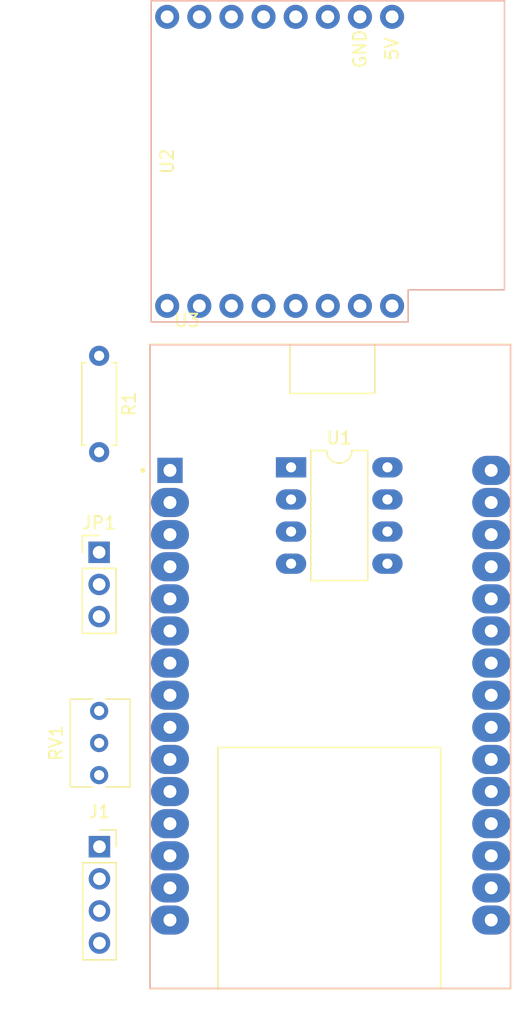
<source format=kicad_pcb>
(kicad_pcb (version 20221018) (generator pcbnew)
  (layers (0 "F.Cu" signal) (31 "B.Cu" signal) (34 "B.Paste" user) (35 "F.Paste" user) (36 "B.SilkS" user "B.Silkscreen") (37 "F.SilkS" user "F.Silkscreen") (38 "B.Mask" user) (39 "F.Mask" user) (44 "Edge.Cuts" user))
  (net 0 "")
  (net 1 "lc_input+")
  (net 2 "lc_output+")
  (net 3 "lc_output-")
  (net 4 "GND")
  (net 5 "Net-(JP1-A)")
  (net 6 "Net-(JP1-C)")
  (net 7 "Net-(JP1-B)")
  (net 8 "Net-(R1-Pad1)")
  (net 10 "lc_amp_output")
  (net 36 "Net-(U2-5V)")
  (footprint "Connector_PinSocket_2.54mm:PinSocket_1x04_P2.54mm_Vertical" (layer "F.Cu") (at 153.025 98.2)
    (fp_text reference "J1" (at 0 -2.77) (layer "F.SilkS"))
    (fp_text value "Conn_01x04_Male")
    (fp_line (start -1.33 1.27) (end -1.33 8.95) (stroke (width 0.12)) (layer "F.SilkS"))
    (fp_line (start -1.33 1.27) (end 1.33 1.27) (stroke (width 0.12)) (layer "F.SilkS"))
    (fp_line (start -1.33 8.95) (end 1.33 8.95) (stroke (width 0.12)) (layer "F.SilkS"))
    (fp_line (start 0 -1.33) (end 1.33 -1.33) (stroke (width 0.12)) (layer "F.SilkS"))
    (fp_line (start 1.33 -1.33) (end 1.33 0) (stroke (width 0.12)) (layer "F.SilkS"))
    (fp_line (start 1.33 1.27) (end 1.33 8.95) (stroke (width 0.12)) (layer "F.SilkS"))
    (pad "1" thru_hole rect (at 0 0) (size 1.7 1.7) (drill 1) (layers "*.Cu" "*.Mask") (net 1 "lc_input+"))
    (pad "2" thru_hole oval (at 0 2.54) (size 1.7 1.7) (drill 1) (layers "*.Cu" "*.Mask") (net 2 "lc_output+"))
    (pad "3" thru_hole oval (at 0 5.08) (size 1.7 1.7) (drill 1) (layers "*.Cu" "*.Mask") (net 3 "lc_output-"))
    (pad "4" thru_hole oval (at 0 7.62) (size 1.7 1.7) (drill 1) (layers "*.Cu" "*.Mask") (net 4 "GND"))
  )
  (footprint "Package_DIP:DIP-8_W7.62mm_LongPads" (layer "F.Cu") (at 168.175 68.2)
    (fp_text reference "U1" (at 3.81 -2.33) (layer "F.SilkS"))
    (fp_text value "INA128")
    (fp_line (start 1.56 -1.33) (end 1.56 8.95) (stroke (width 0.12)) (layer "F.SilkS"))
    (fp_line (start 1.56 8.95) (end 6.06 8.95) (stroke (width 0.12)) (layer "F.SilkS"))
    (fp_line (start 2.81 -1.33) (end 1.56 -1.33) (stroke (width 0.12)) (layer "F.SilkS"))
    (fp_line (start 6.06 -1.33) (end 4.81 -1.33) (stroke (width 0.12)) (layer "F.SilkS"))
    (fp_line (start 6.06 8.95) (end 6.06 -1.33) (stroke (width 0.12)) (layer "F.SilkS"))
    (fp_arc (start 4.81 -1.33) (mid 3.81 -0.33) (end 2.81 -1.33) (stroke (width 0.12)) (layer "F.SilkS"))
    (pad "1" thru_hole rect (at 0 0) (size 2.4 1.6) (drill 0.8) (layers "*.Cu" "*.Mask") (net 6 "Net-(JP1-C)"))
    (pad "2" thru_hole oval (at 0 2.54) (size 2.4 1.6) (drill 0.8) (layers "*.Cu" "*.Mask") (net 3 "lc_output-"))
    (pad "3" thru_hole oval (at 0 5.08) (size 2.4 1.6) (drill 0.8) (layers "*.Cu" "*.Mask") (net 2 "lc_output+"))
    (pad "4" thru_hole oval (at 0 7.62) (size 2.4 1.6) (drill 0.8) (layers "*.Cu" "*.Mask") (net 4 "GND"))
    (pad "5" thru_hole oval (at 7.62 7.62) (size 2.4 1.6) (drill 0.8) (layers "*.Cu" "*.Mask") (net 4 "GND"))
    (pad "6" thru_hole oval (at 7.62 5.08) (size 2.4 1.6) (drill 0.8) (layers "*.Cu" "*.Mask") (net 10 "lc_amp_output"))
    (pad "7" thru_hole oval (at 7.62 2.54) (size 2.4 1.6) (drill 0.8) (layers "*.Cu" "*.Mask") (net 1 "lc_input+"))
    (pad "8" thru_hole oval (at 7.62 0) (size 2.4 1.6) (drill 0.8) (layers "*.Cu" "*.Mask") (net 8 "Net-(R1-Pad1)"))
  )
  (footprint "Resistor_THT:R_Axial_DIN0207_L6.3mm_D2.5mm_P7.62mm_Horizontal" (layer "F.Cu") (at 153 59.38 -90)
    (fp_text reference "R1" (at 3.81 -2.37 90) (layer "F.SilkS"))
    (fp_text value "R")
    (fp_line (start 0.54 -1.37) (end 7.08 -1.37) (stroke (width 0.12)) (layer "F.SilkS"))
    (fp_line (start 0.54 -1.04) (end 0.54 -1.37) (stroke (width 0.12)) (layer "F.SilkS"))
    (fp_line (start 0.54 1.04) (end 0.54 1.37) (stroke (width 0.12)) (layer "F.SilkS"))
    (fp_line (start 0.54 1.37) (end 7.08 1.37) (stroke (width 0.12)) (layer "F.SilkS"))
    (fp_line (start 7.08 -1.37) (end 7.08 -1.04) (stroke (width 0.12)) (layer "F.SilkS"))
    (fp_line (start 7.08 1.37) (end 7.08 1.04) (stroke (width 0.12)) (layer "F.SilkS"))
    (pad "1" thru_hole circle (at 0 0 270) (size 1.6 1.6) (drill 0.8) (layers "*.Cu" "*.Mask") (net 8 "Net-(R1-Pad1)"))
    (pad "2" thru_hole oval (at 7.62 0 270) (size 1.6 1.6) (drill 0.8) (layers "*.Cu" "*.Mask") (net 5 "Net-(JP1-A)"))
  )
  (footprint "Potentiometer_THT:Potentiometer_Bourns_3266Y_Vertical" (layer "F.Cu") (at 153 87.46 90)
    (fp_text reference "RV1" (at -2.54 -3.41 90) (layer "F.SilkS"))
    (fp_text value "R_Potentiometer")
    (fp_line (start -6.015 -2.28) (end -6.015 -0.494) (stroke (width 0.12)) (layer "F.SilkS"))
    (fp_line (start -6.015 -2.28) (end 0.935 -2.28) (stroke (width 0.12)) (layer "F.SilkS"))
    (fp_line (start -6.015 0.496) (end -6.015 2.46) (stroke (width 0.12)) (layer "F.SilkS"))
    (fp_line (start -6.015 2.46) (end 0.935 2.46) (stroke (width 0.12)) (layer "F.SilkS"))
    (fp_line (start 0.935 -2.28) (end 0.935 -0.494) (stroke (width 0.12)) (layer "F.SilkS"))
    (fp_line (start 0.935 0.496) (end 0.935 2.46) (stroke (width 0.12)) (layer "F.SilkS"))
    (pad "1" thru_hole circle (at 0 0 90) (size 1.44 1.44) (drill 0.8) (layers "*.Cu" "*.Mask") (net 7 "Net-(JP1-B)"))
    (pad "2" thru_hole circle (at -2.54 0 90) (size 1.44 1.44) (drill 0.8) (layers "*.Cu" "*.Mask") (net 8 "Net-(R1-Pad1)"))
    (pad "3" thru_hole circle (at -5.08 0 90) (size 1.44 1.44) (drill 0.8) (layers "*.Cu" "*.Mask"))
  )
  (footprint "Connector_PinHeader_2.54mm:PinHeader_1x03_P2.54mm_Vertical" (layer "F.Cu") (at 153 74.92)
    (fp_text reference "JP1" (at 0 -2.33) (layer "F.SilkS"))
    (fp_text value "Jumper_3_Bridged12")
    (fp_line (start -1.33 -1.33) (end 0 -1.33) (stroke (width 0.12)) (layer "F.SilkS"))
    (fp_line (start -1.33 0) (end -1.33 -1.33) (stroke (width 0.12)) (layer "F.SilkS"))
    (fp_line (start -1.33 1.27) (end -1.33 6.41) (stroke (width 0.12)) (layer "F.SilkS"))
    (fp_line (start -1.33 1.27) (end 1.33 1.27) (stroke (width 0.12)) (layer "F.SilkS"))
    (fp_line (start -1.33 6.41) (end 1.33 6.41) (stroke (width 0.12)) (layer "F.SilkS"))
    (fp_line (start 1.33 1.27) (end 1.33 6.41) (stroke (width 0.12)) (layer "F.SilkS"))
    (pad "1" thru_hole rect (at 0 0) (size 1.7 1.7) (drill 1) (layers "*.Cu" "*.Mask") (net 5 "Net-(JP1-A)"))
    (pad "2" thru_hole oval (at 0 2.54) (size 1.7 1.7) (drill 1) (layers "*.Cu" "*.Mask") (net 6 "Net-(JP1-C)"))
    (pad "3" thru_hole oval (at 0 5.08) (size 1.7 1.7) (drill 1) (layers "*.Cu" "*.Mask") (net 7 "Net-(JP1-B)"))
  )
  (footprint "D1 mini battery shield:D1 mini battery shield" (layer "F.Cu") (at 166 44 90)
    (fp_text reference "U2" (at 0 -7.62 90 unlocked) (layer "F.SilkS"))
    (fp_text value "D1_mini_battery_shield")
    (fp_text user "5V" (at 8.89 10.16 90 unlocked) (layer "F.SilkS"))
    (fp_text user "GND" (at 8.89 7.62 90 unlocked) (layer "F.SilkS"))
    (fp_line (start -12.7 -8.89) (end -12.7 11.43) (stroke (width 0.12)) (layer "B.SilkS"))
    (fp_line (start -12.7 11.43) (end -10.16 11.43) (stroke (width 0.12)) (layer "B.SilkS"))
    (fp_line (start -10.16 11.43) (end -10.16 19.05) (stroke (width 0.12)) (layer "B.SilkS"))
    (fp_line (start -10.16 19.05) (end 12.7 19.05) (stroke (width 0.12)) (layer "B.SilkS"))
    (fp_line (start 12.7 -8.89) (end -12.7 -8.89) (stroke (width 0.12)) (layer "B.SilkS"))
    (fp_line (start 12.7 19.05) (end 12.7 -8.89) (stroke (width 0.12)) (layer "B.SilkS"))
    (fp_line (start -12.7 -8.89) (end -12.7 11.43) (stroke (width 0.12)) (layer "F.SilkS"))
    (fp_line (start -12.7 11.43) (end -10.16 11.43) (stroke (width 0.12)) (layer "F.SilkS"))
    (fp_line (start -10.16 11.43) (end -10.16 19.05) (stroke (width 0.12)) (layer "F.SilkS"))
    (fp_line (start -10.16 19.05) (end 12.7 19.05) (stroke (width 0.12)) (layer "F.SilkS"))
    (fp_line (start 12.7 -8.89) (end -12.7 -8.89) (stroke (width 0.12)) (layer "F.SilkS"))
    (fp_line (start 12.7 19.05) (end 12.7 -8.89) (stroke (width 0.12)) (layer "F.SilkS"))
    (pad "1" thru_hole circle (at -11.43 -7.62 90) (size 1.905 1.905) (drill 1.016) (layers "*.Cu" "*.Mask"))
    (pad "2" thru_hole circle (at -11.43 -5.08 90) (size 1.905 1.905) (drill 1.016) (layers "*.Cu" "*.Mask"))
    (pad "3" thru_hole circle (at -11.43 -2.54 90) (size 1.905 1.905) (drill 1.016) (layers "*.Cu" "*.Mask"))
    (pad "4" thru_hole circle (at -11.43 0 90) (size 1.905 1.905) (drill 1.016) (layers "*.Cu" "*.Mask"))
    (pad "5" thru_hole circle (at -11.43 2.54 90) (size 1.905 1.905) (drill 1.016) (layers "*.Cu" "*.Mask"))
    (pad "6" thru_hole circle (at -11.43 5.08 90) (size 1.905 1.905) (drill 1.016) (layers "*.Cu" "*.Mask"))
    (pad "7" thru_hole circle (at -11.43 7.62 90) (size 1.905 1.905) (drill 1.016) (layers "*.Cu" "*.Mask"))
    (pad "8" thru_hole circle (at -11.43 10.16 90) (size 1.905 1.905) (drill 1.016) (layers "*.Cu" "*.Mask"))
    (pad "9" thru_hole circle (at 11.43 10.16 90) (size 1.905 1.905) (drill 1.016) (layers "*.Cu" "*.Mask") (net 36 "Net-(U2-5V)"))
    (pad "10" thru_hole circle (at 11.43 7.62 90) (size 1.905 1.905) (drill 1.016) (layers "*.Cu" "*.Mask") (net 4 "GND"))
    (pad "11" thru_hole circle (at 11.43 5.08 90) (size 1.905 1.905) (drill 1.016) (layers "*.Cu" "*.Mask"))
    (pad "12" thru_hole circle (at 11.43 2.54 90) (size 1.905 1.905) (drill 1.016) (layers "*.Cu" "*.Mask"))
    (pad "13" thru_hole circle (at 11.43 0 90) (size 1.905 1.905) (drill 1.016) (layers "*.Cu" "*.Mask"))
    (pad "14" thru_hole circle (at 11.43 -2.54 90) (size 1.905 1.905) (drill 1.016) (layers "*.Cu" "*.Mask"))
    (pad "15" thru_hole circle (at 11.43 -5.08 90) (size 1.905 1.905) (drill 1.016) (layers "*.Cu" "*.Mask"))
    (pad "16" thru_hole circle (at 11.43 -7.62 90) (size 1.905 1.905) (drill 1.016) (layers "*.Cu" "*.Mask"))
  )
  (footprint "ESP32-DEVKIT-V1:MODULE_ESP32_DEVKIT_V1" (layer "F.Cu") (at 171.3 83.955)
    (fp_text reference "U3" (at -11.355 -27.36) (layer "F.SilkS"))
    (fp_text value "ESP32-DEVKIT-V1")
    (fp_rect (start 14.224 -25.4508) (end -14.2748 25.4508) (stroke (width 0.12)) (fill none) (layer "B.SilkS"))
    (fp_line (start -14.28 -25.475) (end -3.211 -25.475) (stroke (width 0.127)) (layer "F.SilkS"))
    (fp_line (start -14.28 -25.475) (end 14.23 -25.475) (stroke (width 0.127)) (layer "F.SilkS"))
    (fp_line (start -14.28 25.475) (end -14.28 -25.475) (stroke (width 0.127)) (layer "F.SilkS"))
    (fp_line (start -14.28 25.475) (end -14.28 -25.475) (stroke (width 0.127)) (layer "F.SilkS"))
    (fp_line (start -14.28 25.475) (end -8.91 25.475) (stroke (width 0.127)) (layer "F.SilkS"))
    (fp_line (start -8.91 25.475) (end 8.78 25.475) (stroke (width 0.127)) (layer "F.SilkS"))
    (fp_line (start -3.211 -25.475) (end 3.5 -25.475) (stroke (width 0.127)) (layer "F.SilkS"))
    (fp_line (start 3.5 -25.475) (end 14.23 -25.475) (stroke (width 0.127)) (layer "F.SilkS"))
    (fp_line (start 8.78 25.475) (end 14.23 25.475) (stroke (width 0.127)) (layer "F.SilkS"))
    (fp_line (start 14.23 -25.475) (end 14.23 25.475) (stroke (width 0.127)) (layer "F.SilkS"))
    (fp_line (start 14.23 25.475) (end -14.28 25.475) (stroke (width 0.127)) (layer "F.SilkS"))
    (fp_rect (start -8.91 25.475) (end 8.7 6.4) (stroke (width 0.12)) (fill none) (layer "F.SilkS"))
    (fp_rect (start -3.211 -25.475) (end 3.5 -21.6) (stroke (width 0.12)) (fill none) (layer "F.SilkS"))
    (fp_circle (center -14.85 -15.515) (end -14.75 -15.515) (stroke (width 0.2)) (fill none) (layer "F.SilkS"))
    (pad "1" thru_hole rect (at -12.7 -15.515) (size 2 2) (drill 1.02) (layers "*.Cu" "*.Mask") (net 1 "lc_input+"))
    (pad "2" thru_hole oval (at -12.7 -12.975) (size 3 2.3) (drill 1.02) (layers "*.Cu" "*.Mask") (net 4 "GND"))
    (pad "3" thru_hole oval (at -12.7 -10.435) (size 3 2.3) (drill 1.02) (layers "*.Cu" "*.Mask"))
    (pad "4" thru_hole oval (at -12.7 -7.895) (size 3 2.3) (drill 1.02) (layers "*.Cu" "*.Mask") (net 10 "lc_amp_output"))
    (pad "5" thru_hole oval (at -12.7 -5.355) (size 3 2.3) (drill 1.02) (layers "*.Cu" "*.Mask"))
    (pad "6" thru_hole oval (at -12.7 -2.815) (size 3 2.3) (drill 1.02) (layers "*.Cu" "*.Mask"))
    (pad "7" thru_hole oval (at -12.7 -0.275) (size 3 2.3) (drill 1.02) (layers "*.Cu" "*.Mask"))
    (pad "8" thru_hole oval (at -12.7 2.265) (size 3 2.3) (drill 1.02) (layers "*.Cu" "*.Mask"))
    (pad "9" thru_hole oval (at -12.7 4.805) (size 3 2.3) (drill 1.02) (layers "*.Cu" "*.Mask"))
    (pad "10" thru_hole oval (at -12.7 7.345) (size 3 2.3) (drill 1.02) (layers "*.Cu" "*.Mask"))
    (pad "11" thru_hole oval (at -12.7 9.885) (size 3 2.3) (drill 1.02) (layers "*.Cu" "*.Mask"))
    (pad "12" thru_hole oval (at -12.7 12.425) (size 3 2.3) (drill 1.02) (layers "*.Cu" "*.Mask"))
    (pad "13" thru_hole oval (at -12.7 14.965) (size 3 2.3) (drill 1.02) (layers "*.Cu" "*.Mask"))
    (pad "14" thru_hole oval (at -12.7 17.505) (size 3 2.3) (drill 1.02) (layers "*.Cu" "*.Mask"))
    (pad "15" thru_hole oval (at -12.7 20.045) (size 3 2.3) (drill 1.02) (layers "*.Cu" "*.Mask"))
    (pad "16" thru_hole oval (at 12.7 20.045) (size 3 2.3) (drill 1.02) (layers "*.Cu" "*.Mask"))
    (pad "17" thru_hole oval (at 12.7 17.505) (size 3 2.3) (drill 1.02) (layers "*.Cu" "*.Mask"))
    (pad "18" thru_hole oval (at 12.7 14.965) (size 3 2.3) (drill 1.02) (layers "*.Cu" "*.Mask"))
    (pad "19" thru_hole oval (at 12.7 12.425) (size 3 2.3) (drill 1.02) (layers "*.Cu" "*.Mask"))
    (pad "20" thru_hole oval (at 12.7 9.885) (size 3 2.3) (drill 1.02) (layers "*.Cu" "*.Mask"))
    (pad "21" thru_hole oval (at 12.7 7.345) (size 3 2.3) (drill 1.02) (layers "*.Cu" "*.Mask"))
    (pad "22" thru_hole oval (at 12.7 4.805) (size 3 2.3) (drill 1.02) (layers "*.Cu" "*.Mask"))
    (pad "23" thru_hole oval (at 12.7 2.265) (size 3 2.3) (drill 1.02) (layers "*.Cu" "*.Mask"))
    (pad "24" thru_hole oval (at 12.7 -0.275) (size 3 2.3) (drill 1.02) (layers "*.Cu" "*.Mask"))
    (pad "25" thru_hole oval (at 12.7 -2.815) (size 3 2.3) (drill 1.02) (layers "*.Cu" "*.Mask"))
    (pad "26" thru_hole oval (at 12.7 -5.355) (size 3 2.3) (drill 1.02) (layers "*.Cu" "*.Mask"))
    (pad "27" thru_hole oval (at 12.7 -7.895) (size 3 2.3) (drill 1.02) (layers "*.Cu" "*.Mask"))
    (pad "28" thru_hole oval (at 12.7 -10.435) (size 3 2.3) (drill 1.02) (layers "*.Cu" "*.Mask"))
    (pad "29" thru_hole oval (at 12.7 -12.975) (size 3 2.3) (drill 1.02) (layers "*.Cu" "*.Mask") (net 4 "GND"))
    (pad "30" thru_hole oval (at 12.7 -15.515) (size 3 2.3) (drill 1.02) (layers "*.Cu" "*.Mask") (net 36 "Net-(U2-5V)"))
  )
)
</source>
